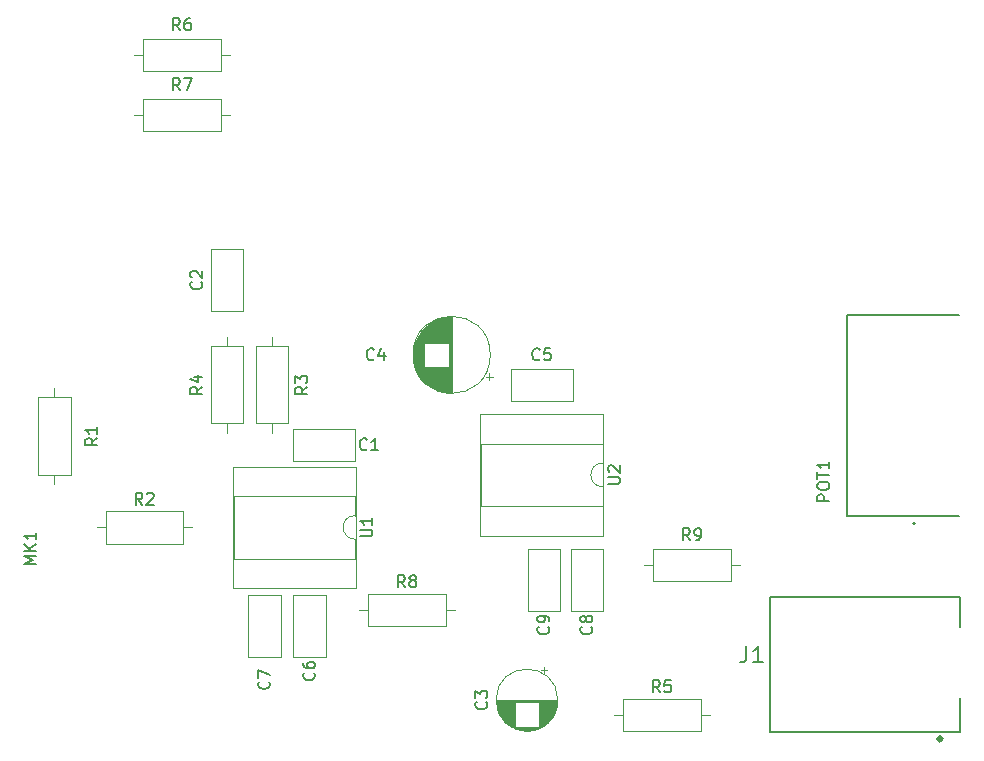
<source format=gto>
%TF.GenerationSoftware,KiCad,Pcbnew,9.0.6*%
%TF.CreationDate,2025-11-25T23:04:22-05:00*%
%TF.ProjectId,jli2555-tin-can,6a6c6932-3535-4352-9d74-696e2d63616e,1.0*%
%TF.SameCoordinates,Original*%
%TF.FileFunction,Legend,Top*%
%TF.FilePolarity,Positive*%
%FSLAX46Y46*%
G04 Gerber Fmt 4.6, Leading zero omitted, Abs format (unit mm)*
G04 Created by KiCad (PCBNEW 9.0.6) date 2025-11-25 23:04:22*
%MOMM*%
%LPD*%
G01*
G04 APERTURE LIST*
%ADD10C,0.150000*%
%ADD11C,0.120000*%
%ADD12C,0.127000*%
%ADD13C,0.200000*%
%ADD14C,0.340000*%
G04 APERTURE END LIST*
D10*
X32853333Y-29664819D02*
X32520000Y-29188628D01*
X32281905Y-29664819D02*
X32281905Y-28664819D01*
X32281905Y-28664819D02*
X32662857Y-28664819D01*
X32662857Y-28664819D02*
X32758095Y-28712438D01*
X32758095Y-28712438D02*
X32805714Y-28760057D01*
X32805714Y-28760057D02*
X32853333Y-28855295D01*
X32853333Y-28855295D02*
X32853333Y-28998152D01*
X32853333Y-28998152D02*
X32805714Y-29093390D01*
X32805714Y-29093390D02*
X32758095Y-29141009D01*
X32758095Y-29141009D02*
X32662857Y-29188628D01*
X32662857Y-29188628D02*
X32281905Y-29188628D01*
X33186667Y-28664819D02*
X33853333Y-28664819D01*
X33853333Y-28664819D02*
X33424762Y-29664819D01*
X69094819Y-62991904D02*
X69904342Y-62991904D01*
X69904342Y-62991904D02*
X69999580Y-62944285D01*
X69999580Y-62944285D02*
X70047200Y-62896666D01*
X70047200Y-62896666D02*
X70094819Y-62801428D01*
X70094819Y-62801428D02*
X70094819Y-62610952D01*
X70094819Y-62610952D02*
X70047200Y-62515714D01*
X70047200Y-62515714D02*
X69999580Y-62468095D01*
X69999580Y-62468095D02*
X69904342Y-62420476D01*
X69904342Y-62420476D02*
X69094819Y-62420476D01*
X69190057Y-61991904D02*
X69142438Y-61944285D01*
X69142438Y-61944285D02*
X69094819Y-61849047D01*
X69094819Y-61849047D02*
X69094819Y-61610952D01*
X69094819Y-61610952D02*
X69142438Y-61515714D01*
X69142438Y-61515714D02*
X69190057Y-61468095D01*
X69190057Y-61468095D02*
X69285295Y-61420476D01*
X69285295Y-61420476D02*
X69380533Y-61420476D01*
X69380533Y-61420476D02*
X69523390Y-61468095D01*
X69523390Y-61468095D02*
X70094819Y-62039523D01*
X70094819Y-62039523D02*
X70094819Y-61420476D01*
X49283333Y-52429580D02*
X49235714Y-52477200D01*
X49235714Y-52477200D02*
X49092857Y-52524819D01*
X49092857Y-52524819D02*
X48997619Y-52524819D01*
X48997619Y-52524819D02*
X48854762Y-52477200D01*
X48854762Y-52477200D02*
X48759524Y-52381961D01*
X48759524Y-52381961D02*
X48711905Y-52286723D01*
X48711905Y-52286723D02*
X48664286Y-52096247D01*
X48664286Y-52096247D02*
X48664286Y-51953390D01*
X48664286Y-51953390D02*
X48711905Y-51762914D01*
X48711905Y-51762914D02*
X48759524Y-51667676D01*
X48759524Y-51667676D02*
X48854762Y-51572438D01*
X48854762Y-51572438D02*
X48997619Y-51524819D01*
X48997619Y-51524819D02*
X49092857Y-51524819D01*
X49092857Y-51524819D02*
X49235714Y-51572438D01*
X49235714Y-51572438D02*
X49283333Y-51620057D01*
X50140476Y-51858152D02*
X50140476Y-52524819D01*
X49902381Y-51477200D02*
X49664286Y-52191485D01*
X49664286Y-52191485D02*
X50283333Y-52191485D01*
X58779580Y-81446666D02*
X58827200Y-81494285D01*
X58827200Y-81494285D02*
X58874819Y-81637142D01*
X58874819Y-81637142D02*
X58874819Y-81732380D01*
X58874819Y-81732380D02*
X58827200Y-81875237D01*
X58827200Y-81875237D02*
X58731961Y-81970475D01*
X58731961Y-81970475D02*
X58636723Y-82018094D01*
X58636723Y-82018094D02*
X58446247Y-82065713D01*
X58446247Y-82065713D02*
X58303390Y-82065713D01*
X58303390Y-82065713D02*
X58112914Y-82018094D01*
X58112914Y-82018094D02*
X58017676Y-81970475D01*
X58017676Y-81970475D02*
X57922438Y-81875237D01*
X57922438Y-81875237D02*
X57874819Y-81732380D01*
X57874819Y-81732380D02*
X57874819Y-81637142D01*
X57874819Y-81637142D02*
X57922438Y-81494285D01*
X57922438Y-81494285D02*
X57970057Y-81446666D01*
X57874819Y-81113332D02*
X57874819Y-80494285D01*
X57874819Y-80494285D02*
X58255771Y-80827618D01*
X58255771Y-80827618D02*
X58255771Y-80684761D01*
X58255771Y-80684761D02*
X58303390Y-80589523D01*
X58303390Y-80589523D02*
X58351009Y-80541904D01*
X58351009Y-80541904D02*
X58446247Y-80494285D01*
X58446247Y-80494285D02*
X58684342Y-80494285D01*
X58684342Y-80494285D02*
X58779580Y-80541904D01*
X58779580Y-80541904D02*
X58827200Y-80589523D01*
X58827200Y-80589523D02*
X58874819Y-80684761D01*
X58874819Y-80684761D02*
X58874819Y-80970475D01*
X58874819Y-80970475D02*
X58827200Y-81065713D01*
X58827200Y-81065713D02*
X58779580Y-81113332D01*
X48139819Y-67436904D02*
X48949342Y-67436904D01*
X48949342Y-67436904D02*
X49044580Y-67389285D01*
X49044580Y-67389285D02*
X49092200Y-67341666D01*
X49092200Y-67341666D02*
X49139819Y-67246428D01*
X49139819Y-67246428D02*
X49139819Y-67055952D01*
X49139819Y-67055952D02*
X49092200Y-66960714D01*
X49092200Y-66960714D02*
X49044580Y-66913095D01*
X49044580Y-66913095D02*
X48949342Y-66865476D01*
X48949342Y-66865476D02*
X48139819Y-66865476D01*
X49139819Y-65865476D02*
X49139819Y-66436904D01*
X49139819Y-66151190D02*
X48139819Y-66151190D01*
X48139819Y-66151190D02*
X48282676Y-66246428D01*
X48282676Y-66246428D02*
X48377914Y-66341666D01*
X48377914Y-66341666D02*
X48425533Y-66436904D01*
X48688333Y-60049580D02*
X48640714Y-60097200D01*
X48640714Y-60097200D02*
X48497857Y-60144819D01*
X48497857Y-60144819D02*
X48402619Y-60144819D01*
X48402619Y-60144819D02*
X48259762Y-60097200D01*
X48259762Y-60097200D02*
X48164524Y-60001961D01*
X48164524Y-60001961D02*
X48116905Y-59906723D01*
X48116905Y-59906723D02*
X48069286Y-59716247D01*
X48069286Y-59716247D02*
X48069286Y-59573390D01*
X48069286Y-59573390D02*
X48116905Y-59382914D01*
X48116905Y-59382914D02*
X48164524Y-59287676D01*
X48164524Y-59287676D02*
X48259762Y-59192438D01*
X48259762Y-59192438D02*
X48402619Y-59144819D01*
X48402619Y-59144819D02*
X48497857Y-59144819D01*
X48497857Y-59144819D02*
X48640714Y-59192438D01*
X48640714Y-59192438D02*
X48688333Y-59240057D01*
X49640714Y-60144819D02*
X49069286Y-60144819D01*
X49355000Y-60144819D02*
X49355000Y-59144819D01*
X49355000Y-59144819D02*
X49259762Y-59287676D01*
X49259762Y-59287676D02*
X49164524Y-59382914D01*
X49164524Y-59382914D02*
X49069286Y-59430533D01*
X40364580Y-79741666D02*
X40412200Y-79789285D01*
X40412200Y-79789285D02*
X40459819Y-79932142D01*
X40459819Y-79932142D02*
X40459819Y-80027380D01*
X40459819Y-80027380D02*
X40412200Y-80170237D01*
X40412200Y-80170237D02*
X40316961Y-80265475D01*
X40316961Y-80265475D02*
X40221723Y-80313094D01*
X40221723Y-80313094D02*
X40031247Y-80360713D01*
X40031247Y-80360713D02*
X39888390Y-80360713D01*
X39888390Y-80360713D02*
X39697914Y-80313094D01*
X39697914Y-80313094D02*
X39602676Y-80265475D01*
X39602676Y-80265475D02*
X39507438Y-80170237D01*
X39507438Y-80170237D02*
X39459819Y-80027380D01*
X39459819Y-80027380D02*
X39459819Y-79932142D01*
X39459819Y-79932142D02*
X39507438Y-79789285D01*
X39507438Y-79789285D02*
X39555057Y-79741666D01*
X39459819Y-79408332D02*
X39459819Y-78741666D01*
X39459819Y-78741666D02*
X40459819Y-79170237D01*
X20679819Y-69784523D02*
X19679819Y-69784523D01*
X19679819Y-69784523D02*
X20394104Y-69451190D01*
X20394104Y-69451190D02*
X19679819Y-69117857D01*
X19679819Y-69117857D02*
X20679819Y-69117857D01*
X20679819Y-68641666D02*
X19679819Y-68641666D01*
X20679819Y-68070238D02*
X20108390Y-68498809D01*
X19679819Y-68070238D02*
X20251247Y-68641666D01*
X20679819Y-67117857D02*
X20679819Y-67689285D01*
X20679819Y-67403571D02*
X19679819Y-67403571D01*
X19679819Y-67403571D02*
X19822676Y-67498809D01*
X19822676Y-67498809D02*
X19917914Y-67594047D01*
X19917914Y-67594047D02*
X19965533Y-67689285D01*
X64029580Y-75096666D02*
X64077200Y-75144285D01*
X64077200Y-75144285D02*
X64124819Y-75287142D01*
X64124819Y-75287142D02*
X64124819Y-75382380D01*
X64124819Y-75382380D02*
X64077200Y-75525237D01*
X64077200Y-75525237D02*
X63981961Y-75620475D01*
X63981961Y-75620475D02*
X63886723Y-75668094D01*
X63886723Y-75668094D02*
X63696247Y-75715713D01*
X63696247Y-75715713D02*
X63553390Y-75715713D01*
X63553390Y-75715713D02*
X63362914Y-75668094D01*
X63362914Y-75668094D02*
X63267676Y-75620475D01*
X63267676Y-75620475D02*
X63172438Y-75525237D01*
X63172438Y-75525237D02*
X63124819Y-75382380D01*
X63124819Y-75382380D02*
X63124819Y-75287142D01*
X63124819Y-75287142D02*
X63172438Y-75144285D01*
X63172438Y-75144285D02*
X63220057Y-75096666D01*
X64124819Y-74620475D02*
X64124819Y-74429999D01*
X64124819Y-74429999D02*
X64077200Y-74334761D01*
X64077200Y-74334761D02*
X64029580Y-74287142D01*
X64029580Y-74287142D02*
X63886723Y-74191904D01*
X63886723Y-74191904D02*
X63696247Y-74144285D01*
X63696247Y-74144285D02*
X63315295Y-74144285D01*
X63315295Y-74144285D02*
X63220057Y-74191904D01*
X63220057Y-74191904D02*
X63172438Y-74239523D01*
X63172438Y-74239523D02*
X63124819Y-74334761D01*
X63124819Y-74334761D02*
X63124819Y-74525237D01*
X63124819Y-74525237D02*
X63172438Y-74620475D01*
X63172438Y-74620475D02*
X63220057Y-74668094D01*
X63220057Y-74668094D02*
X63315295Y-74715713D01*
X63315295Y-74715713D02*
X63553390Y-74715713D01*
X63553390Y-74715713D02*
X63648628Y-74668094D01*
X63648628Y-74668094D02*
X63696247Y-74620475D01*
X63696247Y-74620475D02*
X63743866Y-74525237D01*
X63743866Y-74525237D02*
X63743866Y-74334761D01*
X63743866Y-74334761D02*
X63696247Y-74239523D01*
X63696247Y-74239523D02*
X63648628Y-74191904D01*
X63648628Y-74191904D02*
X63553390Y-74144285D01*
X25854819Y-59111666D02*
X25378628Y-59444999D01*
X25854819Y-59683094D02*
X24854819Y-59683094D01*
X24854819Y-59683094D02*
X24854819Y-59302142D01*
X24854819Y-59302142D02*
X24902438Y-59206904D01*
X24902438Y-59206904D02*
X24950057Y-59159285D01*
X24950057Y-59159285D02*
X25045295Y-59111666D01*
X25045295Y-59111666D02*
X25188152Y-59111666D01*
X25188152Y-59111666D02*
X25283390Y-59159285D01*
X25283390Y-59159285D02*
X25331009Y-59206904D01*
X25331009Y-59206904D02*
X25378628Y-59302142D01*
X25378628Y-59302142D02*
X25378628Y-59683094D01*
X25854819Y-58159285D02*
X25854819Y-58730713D01*
X25854819Y-58444999D02*
X24854819Y-58444999D01*
X24854819Y-58444999D02*
X24997676Y-58540237D01*
X24997676Y-58540237D02*
X25092914Y-58635475D01*
X25092914Y-58635475D02*
X25140533Y-58730713D01*
X34649580Y-45886666D02*
X34697200Y-45934285D01*
X34697200Y-45934285D02*
X34744819Y-46077142D01*
X34744819Y-46077142D02*
X34744819Y-46172380D01*
X34744819Y-46172380D02*
X34697200Y-46315237D01*
X34697200Y-46315237D02*
X34601961Y-46410475D01*
X34601961Y-46410475D02*
X34506723Y-46458094D01*
X34506723Y-46458094D02*
X34316247Y-46505713D01*
X34316247Y-46505713D02*
X34173390Y-46505713D01*
X34173390Y-46505713D02*
X33982914Y-46458094D01*
X33982914Y-46458094D02*
X33887676Y-46410475D01*
X33887676Y-46410475D02*
X33792438Y-46315237D01*
X33792438Y-46315237D02*
X33744819Y-46172380D01*
X33744819Y-46172380D02*
X33744819Y-46077142D01*
X33744819Y-46077142D02*
X33792438Y-45934285D01*
X33792438Y-45934285D02*
X33840057Y-45886666D01*
X33840057Y-45505713D02*
X33792438Y-45458094D01*
X33792438Y-45458094D02*
X33744819Y-45362856D01*
X33744819Y-45362856D02*
X33744819Y-45124761D01*
X33744819Y-45124761D02*
X33792438Y-45029523D01*
X33792438Y-45029523D02*
X33840057Y-44981904D01*
X33840057Y-44981904D02*
X33935295Y-44934285D01*
X33935295Y-44934285D02*
X34030533Y-44934285D01*
X34030533Y-44934285D02*
X34173390Y-44981904D01*
X34173390Y-44981904D02*
X34744819Y-45553332D01*
X34744819Y-45553332D02*
X34744819Y-44934285D01*
X76033333Y-67764819D02*
X75700000Y-67288628D01*
X75461905Y-67764819D02*
X75461905Y-66764819D01*
X75461905Y-66764819D02*
X75842857Y-66764819D01*
X75842857Y-66764819D02*
X75938095Y-66812438D01*
X75938095Y-66812438D02*
X75985714Y-66860057D01*
X75985714Y-66860057D02*
X76033333Y-66955295D01*
X76033333Y-66955295D02*
X76033333Y-67098152D01*
X76033333Y-67098152D02*
X75985714Y-67193390D01*
X75985714Y-67193390D02*
X75938095Y-67241009D01*
X75938095Y-67241009D02*
X75842857Y-67288628D01*
X75842857Y-67288628D02*
X75461905Y-67288628D01*
X76509524Y-67764819D02*
X76700000Y-67764819D01*
X76700000Y-67764819D02*
X76795238Y-67717200D01*
X76795238Y-67717200D02*
X76842857Y-67669580D01*
X76842857Y-67669580D02*
X76938095Y-67526723D01*
X76938095Y-67526723D02*
X76985714Y-67336247D01*
X76985714Y-67336247D02*
X76985714Y-66955295D01*
X76985714Y-66955295D02*
X76938095Y-66860057D01*
X76938095Y-66860057D02*
X76890476Y-66812438D01*
X76890476Y-66812438D02*
X76795238Y-66764819D01*
X76795238Y-66764819D02*
X76604762Y-66764819D01*
X76604762Y-66764819D02*
X76509524Y-66812438D01*
X76509524Y-66812438D02*
X76461905Y-66860057D01*
X76461905Y-66860057D02*
X76414286Y-66955295D01*
X76414286Y-66955295D02*
X76414286Y-67193390D01*
X76414286Y-67193390D02*
X76461905Y-67288628D01*
X76461905Y-67288628D02*
X76509524Y-67336247D01*
X76509524Y-67336247D02*
X76604762Y-67383866D01*
X76604762Y-67383866D02*
X76795238Y-67383866D01*
X76795238Y-67383866D02*
X76890476Y-67336247D01*
X76890476Y-67336247D02*
X76938095Y-67288628D01*
X76938095Y-67288628D02*
X76985714Y-67193390D01*
X67669580Y-75096666D02*
X67717200Y-75144285D01*
X67717200Y-75144285D02*
X67764819Y-75287142D01*
X67764819Y-75287142D02*
X67764819Y-75382380D01*
X67764819Y-75382380D02*
X67717200Y-75525237D01*
X67717200Y-75525237D02*
X67621961Y-75620475D01*
X67621961Y-75620475D02*
X67526723Y-75668094D01*
X67526723Y-75668094D02*
X67336247Y-75715713D01*
X67336247Y-75715713D02*
X67193390Y-75715713D01*
X67193390Y-75715713D02*
X67002914Y-75668094D01*
X67002914Y-75668094D02*
X66907676Y-75620475D01*
X66907676Y-75620475D02*
X66812438Y-75525237D01*
X66812438Y-75525237D02*
X66764819Y-75382380D01*
X66764819Y-75382380D02*
X66764819Y-75287142D01*
X66764819Y-75287142D02*
X66812438Y-75144285D01*
X66812438Y-75144285D02*
X66860057Y-75096666D01*
X67193390Y-74525237D02*
X67145771Y-74620475D01*
X67145771Y-74620475D02*
X67098152Y-74668094D01*
X67098152Y-74668094D02*
X67002914Y-74715713D01*
X67002914Y-74715713D02*
X66955295Y-74715713D01*
X66955295Y-74715713D02*
X66860057Y-74668094D01*
X66860057Y-74668094D02*
X66812438Y-74620475D01*
X66812438Y-74620475D02*
X66764819Y-74525237D01*
X66764819Y-74525237D02*
X66764819Y-74334761D01*
X66764819Y-74334761D02*
X66812438Y-74239523D01*
X66812438Y-74239523D02*
X66860057Y-74191904D01*
X66860057Y-74191904D02*
X66955295Y-74144285D01*
X66955295Y-74144285D02*
X67002914Y-74144285D01*
X67002914Y-74144285D02*
X67098152Y-74191904D01*
X67098152Y-74191904D02*
X67145771Y-74239523D01*
X67145771Y-74239523D02*
X67193390Y-74334761D01*
X67193390Y-74334761D02*
X67193390Y-74525237D01*
X67193390Y-74525237D02*
X67241009Y-74620475D01*
X67241009Y-74620475D02*
X67288628Y-74668094D01*
X67288628Y-74668094D02*
X67383866Y-74715713D01*
X67383866Y-74715713D02*
X67574342Y-74715713D01*
X67574342Y-74715713D02*
X67669580Y-74668094D01*
X67669580Y-74668094D02*
X67717200Y-74620475D01*
X67717200Y-74620475D02*
X67764819Y-74525237D01*
X67764819Y-74525237D02*
X67764819Y-74334761D01*
X67764819Y-74334761D02*
X67717200Y-74239523D01*
X67717200Y-74239523D02*
X67669580Y-74191904D01*
X67669580Y-74191904D02*
X67574342Y-74144285D01*
X67574342Y-74144285D02*
X67383866Y-74144285D01*
X67383866Y-74144285D02*
X67288628Y-74191904D01*
X67288628Y-74191904D02*
X67241009Y-74239523D01*
X67241009Y-74239523D02*
X67193390Y-74334761D01*
X87834819Y-64447856D02*
X86834819Y-64447856D01*
X86834819Y-64447856D02*
X86834819Y-64066904D01*
X86834819Y-64066904D02*
X86882438Y-63971666D01*
X86882438Y-63971666D02*
X86930057Y-63924047D01*
X86930057Y-63924047D02*
X87025295Y-63876428D01*
X87025295Y-63876428D02*
X87168152Y-63876428D01*
X87168152Y-63876428D02*
X87263390Y-63924047D01*
X87263390Y-63924047D02*
X87311009Y-63971666D01*
X87311009Y-63971666D02*
X87358628Y-64066904D01*
X87358628Y-64066904D02*
X87358628Y-64447856D01*
X86834819Y-63257380D02*
X86834819Y-63066904D01*
X86834819Y-63066904D02*
X86882438Y-62971666D01*
X86882438Y-62971666D02*
X86977676Y-62876428D01*
X86977676Y-62876428D02*
X87168152Y-62828809D01*
X87168152Y-62828809D02*
X87501485Y-62828809D01*
X87501485Y-62828809D02*
X87691961Y-62876428D01*
X87691961Y-62876428D02*
X87787200Y-62971666D01*
X87787200Y-62971666D02*
X87834819Y-63066904D01*
X87834819Y-63066904D02*
X87834819Y-63257380D01*
X87834819Y-63257380D02*
X87787200Y-63352618D01*
X87787200Y-63352618D02*
X87691961Y-63447856D01*
X87691961Y-63447856D02*
X87501485Y-63495475D01*
X87501485Y-63495475D02*
X87168152Y-63495475D01*
X87168152Y-63495475D02*
X86977676Y-63447856D01*
X86977676Y-63447856D02*
X86882438Y-63352618D01*
X86882438Y-63352618D02*
X86834819Y-63257380D01*
X86834819Y-62543094D02*
X86834819Y-61971666D01*
X87834819Y-62257380D02*
X86834819Y-62257380D01*
X87834819Y-61114523D02*
X87834819Y-61685951D01*
X87834819Y-61400237D02*
X86834819Y-61400237D01*
X86834819Y-61400237D02*
X86977676Y-61495475D01*
X86977676Y-61495475D02*
X87072914Y-61590713D01*
X87072914Y-61590713D02*
X87120533Y-61685951D01*
X34744819Y-54776666D02*
X34268628Y-55109999D01*
X34744819Y-55348094D02*
X33744819Y-55348094D01*
X33744819Y-55348094D02*
X33744819Y-54967142D01*
X33744819Y-54967142D02*
X33792438Y-54871904D01*
X33792438Y-54871904D02*
X33840057Y-54824285D01*
X33840057Y-54824285D02*
X33935295Y-54776666D01*
X33935295Y-54776666D02*
X34078152Y-54776666D01*
X34078152Y-54776666D02*
X34173390Y-54824285D01*
X34173390Y-54824285D02*
X34221009Y-54871904D01*
X34221009Y-54871904D02*
X34268628Y-54967142D01*
X34268628Y-54967142D02*
X34268628Y-55348094D01*
X34078152Y-53919523D02*
X34744819Y-53919523D01*
X33697200Y-54157618D02*
X34411485Y-54395713D01*
X34411485Y-54395713D02*
X34411485Y-53776666D01*
X73493333Y-80634819D02*
X73160000Y-80158628D01*
X72921905Y-80634819D02*
X72921905Y-79634819D01*
X72921905Y-79634819D02*
X73302857Y-79634819D01*
X73302857Y-79634819D02*
X73398095Y-79682438D01*
X73398095Y-79682438D02*
X73445714Y-79730057D01*
X73445714Y-79730057D02*
X73493333Y-79825295D01*
X73493333Y-79825295D02*
X73493333Y-79968152D01*
X73493333Y-79968152D02*
X73445714Y-80063390D01*
X73445714Y-80063390D02*
X73398095Y-80111009D01*
X73398095Y-80111009D02*
X73302857Y-80158628D01*
X73302857Y-80158628D02*
X72921905Y-80158628D01*
X74398095Y-79634819D02*
X73921905Y-79634819D01*
X73921905Y-79634819D02*
X73874286Y-80111009D01*
X73874286Y-80111009D02*
X73921905Y-80063390D01*
X73921905Y-80063390D02*
X74017143Y-80015771D01*
X74017143Y-80015771D02*
X74255238Y-80015771D01*
X74255238Y-80015771D02*
X74350476Y-80063390D01*
X74350476Y-80063390D02*
X74398095Y-80111009D01*
X74398095Y-80111009D02*
X74445714Y-80206247D01*
X74445714Y-80206247D02*
X74445714Y-80444342D01*
X74445714Y-80444342D02*
X74398095Y-80539580D01*
X74398095Y-80539580D02*
X74350476Y-80587200D01*
X74350476Y-80587200D02*
X74255238Y-80634819D01*
X74255238Y-80634819D02*
X74017143Y-80634819D01*
X74017143Y-80634819D02*
X73921905Y-80587200D01*
X73921905Y-80587200D02*
X73874286Y-80539580D01*
X29678333Y-64759819D02*
X29345000Y-64283628D01*
X29106905Y-64759819D02*
X29106905Y-63759819D01*
X29106905Y-63759819D02*
X29487857Y-63759819D01*
X29487857Y-63759819D02*
X29583095Y-63807438D01*
X29583095Y-63807438D02*
X29630714Y-63855057D01*
X29630714Y-63855057D02*
X29678333Y-63950295D01*
X29678333Y-63950295D02*
X29678333Y-64093152D01*
X29678333Y-64093152D02*
X29630714Y-64188390D01*
X29630714Y-64188390D02*
X29583095Y-64236009D01*
X29583095Y-64236009D02*
X29487857Y-64283628D01*
X29487857Y-64283628D02*
X29106905Y-64283628D01*
X30059286Y-63855057D02*
X30106905Y-63807438D01*
X30106905Y-63807438D02*
X30202143Y-63759819D01*
X30202143Y-63759819D02*
X30440238Y-63759819D01*
X30440238Y-63759819D02*
X30535476Y-63807438D01*
X30535476Y-63807438D02*
X30583095Y-63855057D01*
X30583095Y-63855057D02*
X30630714Y-63950295D01*
X30630714Y-63950295D02*
X30630714Y-64045533D01*
X30630714Y-64045533D02*
X30583095Y-64188390D01*
X30583095Y-64188390D02*
X30011667Y-64759819D01*
X30011667Y-64759819D02*
X30630714Y-64759819D01*
X80813249Y-76709731D02*
X80813249Y-77709911D01*
X80813249Y-77709911D02*
X80746570Y-77909947D01*
X80746570Y-77909947D02*
X80613213Y-78043305D01*
X80613213Y-78043305D02*
X80413177Y-78109983D01*
X80413177Y-78109983D02*
X80279820Y-78109983D01*
X82213501Y-78109983D02*
X81413357Y-78109983D01*
X81813429Y-78109983D02*
X81813429Y-76709731D01*
X81813429Y-76709731D02*
X81680072Y-76909767D01*
X81680072Y-76909767D02*
X81546715Y-77043125D01*
X81546715Y-77043125D02*
X81413357Y-77109803D01*
X51903333Y-71744819D02*
X51570000Y-71268628D01*
X51331905Y-71744819D02*
X51331905Y-70744819D01*
X51331905Y-70744819D02*
X51712857Y-70744819D01*
X51712857Y-70744819D02*
X51808095Y-70792438D01*
X51808095Y-70792438D02*
X51855714Y-70840057D01*
X51855714Y-70840057D02*
X51903333Y-70935295D01*
X51903333Y-70935295D02*
X51903333Y-71078152D01*
X51903333Y-71078152D02*
X51855714Y-71173390D01*
X51855714Y-71173390D02*
X51808095Y-71221009D01*
X51808095Y-71221009D02*
X51712857Y-71268628D01*
X51712857Y-71268628D02*
X51331905Y-71268628D01*
X52474762Y-71173390D02*
X52379524Y-71125771D01*
X52379524Y-71125771D02*
X52331905Y-71078152D01*
X52331905Y-71078152D02*
X52284286Y-70982914D01*
X52284286Y-70982914D02*
X52284286Y-70935295D01*
X52284286Y-70935295D02*
X52331905Y-70840057D01*
X52331905Y-70840057D02*
X52379524Y-70792438D01*
X52379524Y-70792438D02*
X52474762Y-70744819D01*
X52474762Y-70744819D02*
X52665238Y-70744819D01*
X52665238Y-70744819D02*
X52760476Y-70792438D01*
X52760476Y-70792438D02*
X52808095Y-70840057D01*
X52808095Y-70840057D02*
X52855714Y-70935295D01*
X52855714Y-70935295D02*
X52855714Y-70982914D01*
X52855714Y-70982914D02*
X52808095Y-71078152D01*
X52808095Y-71078152D02*
X52760476Y-71125771D01*
X52760476Y-71125771D02*
X52665238Y-71173390D01*
X52665238Y-71173390D02*
X52474762Y-71173390D01*
X52474762Y-71173390D02*
X52379524Y-71221009D01*
X52379524Y-71221009D02*
X52331905Y-71268628D01*
X52331905Y-71268628D02*
X52284286Y-71363866D01*
X52284286Y-71363866D02*
X52284286Y-71554342D01*
X52284286Y-71554342D02*
X52331905Y-71649580D01*
X52331905Y-71649580D02*
X52379524Y-71697200D01*
X52379524Y-71697200D02*
X52474762Y-71744819D01*
X52474762Y-71744819D02*
X52665238Y-71744819D01*
X52665238Y-71744819D02*
X52760476Y-71697200D01*
X52760476Y-71697200D02*
X52808095Y-71649580D01*
X52808095Y-71649580D02*
X52855714Y-71554342D01*
X52855714Y-71554342D02*
X52855714Y-71363866D01*
X52855714Y-71363866D02*
X52808095Y-71268628D01*
X52808095Y-71268628D02*
X52760476Y-71221009D01*
X52760476Y-71221009D02*
X52665238Y-71173390D01*
X32853333Y-24584819D02*
X32520000Y-24108628D01*
X32281905Y-24584819D02*
X32281905Y-23584819D01*
X32281905Y-23584819D02*
X32662857Y-23584819D01*
X32662857Y-23584819D02*
X32758095Y-23632438D01*
X32758095Y-23632438D02*
X32805714Y-23680057D01*
X32805714Y-23680057D02*
X32853333Y-23775295D01*
X32853333Y-23775295D02*
X32853333Y-23918152D01*
X32853333Y-23918152D02*
X32805714Y-24013390D01*
X32805714Y-24013390D02*
X32758095Y-24061009D01*
X32758095Y-24061009D02*
X32662857Y-24108628D01*
X32662857Y-24108628D02*
X32281905Y-24108628D01*
X33710476Y-23584819D02*
X33520000Y-23584819D01*
X33520000Y-23584819D02*
X33424762Y-23632438D01*
X33424762Y-23632438D02*
X33377143Y-23680057D01*
X33377143Y-23680057D02*
X33281905Y-23822914D01*
X33281905Y-23822914D02*
X33234286Y-24013390D01*
X33234286Y-24013390D02*
X33234286Y-24394342D01*
X33234286Y-24394342D02*
X33281905Y-24489580D01*
X33281905Y-24489580D02*
X33329524Y-24537200D01*
X33329524Y-24537200D02*
X33424762Y-24584819D01*
X33424762Y-24584819D02*
X33615238Y-24584819D01*
X33615238Y-24584819D02*
X33710476Y-24537200D01*
X33710476Y-24537200D02*
X33758095Y-24489580D01*
X33758095Y-24489580D02*
X33805714Y-24394342D01*
X33805714Y-24394342D02*
X33805714Y-24156247D01*
X33805714Y-24156247D02*
X33758095Y-24061009D01*
X33758095Y-24061009D02*
X33710476Y-24013390D01*
X33710476Y-24013390D02*
X33615238Y-23965771D01*
X33615238Y-23965771D02*
X33424762Y-23965771D01*
X33424762Y-23965771D02*
X33329524Y-24013390D01*
X33329524Y-24013390D02*
X33281905Y-24061009D01*
X33281905Y-24061009D02*
X33234286Y-24156247D01*
X44174580Y-79001666D02*
X44222200Y-79049285D01*
X44222200Y-79049285D02*
X44269819Y-79192142D01*
X44269819Y-79192142D02*
X44269819Y-79287380D01*
X44269819Y-79287380D02*
X44222200Y-79430237D01*
X44222200Y-79430237D02*
X44126961Y-79525475D01*
X44126961Y-79525475D02*
X44031723Y-79573094D01*
X44031723Y-79573094D02*
X43841247Y-79620713D01*
X43841247Y-79620713D02*
X43698390Y-79620713D01*
X43698390Y-79620713D02*
X43507914Y-79573094D01*
X43507914Y-79573094D02*
X43412676Y-79525475D01*
X43412676Y-79525475D02*
X43317438Y-79430237D01*
X43317438Y-79430237D02*
X43269819Y-79287380D01*
X43269819Y-79287380D02*
X43269819Y-79192142D01*
X43269819Y-79192142D02*
X43317438Y-79049285D01*
X43317438Y-79049285D02*
X43365057Y-79001666D01*
X43269819Y-78144523D02*
X43269819Y-78334999D01*
X43269819Y-78334999D02*
X43317438Y-78430237D01*
X43317438Y-78430237D02*
X43365057Y-78477856D01*
X43365057Y-78477856D02*
X43507914Y-78573094D01*
X43507914Y-78573094D02*
X43698390Y-78620713D01*
X43698390Y-78620713D02*
X44079342Y-78620713D01*
X44079342Y-78620713D02*
X44174580Y-78573094D01*
X44174580Y-78573094D02*
X44222200Y-78525475D01*
X44222200Y-78525475D02*
X44269819Y-78430237D01*
X44269819Y-78430237D02*
X44269819Y-78239761D01*
X44269819Y-78239761D02*
X44222200Y-78144523D01*
X44222200Y-78144523D02*
X44174580Y-78096904D01*
X44174580Y-78096904D02*
X44079342Y-78049285D01*
X44079342Y-78049285D02*
X43841247Y-78049285D01*
X43841247Y-78049285D02*
X43746009Y-78096904D01*
X43746009Y-78096904D02*
X43698390Y-78144523D01*
X43698390Y-78144523D02*
X43650771Y-78239761D01*
X43650771Y-78239761D02*
X43650771Y-78430237D01*
X43650771Y-78430237D02*
X43698390Y-78525475D01*
X43698390Y-78525475D02*
X43746009Y-78573094D01*
X43746009Y-78573094D02*
X43841247Y-78620713D01*
X43634819Y-54776666D02*
X43158628Y-55109999D01*
X43634819Y-55348094D02*
X42634819Y-55348094D01*
X42634819Y-55348094D02*
X42634819Y-54967142D01*
X42634819Y-54967142D02*
X42682438Y-54871904D01*
X42682438Y-54871904D02*
X42730057Y-54824285D01*
X42730057Y-54824285D02*
X42825295Y-54776666D01*
X42825295Y-54776666D02*
X42968152Y-54776666D01*
X42968152Y-54776666D02*
X43063390Y-54824285D01*
X43063390Y-54824285D02*
X43111009Y-54871904D01*
X43111009Y-54871904D02*
X43158628Y-54967142D01*
X43158628Y-54967142D02*
X43158628Y-55348094D01*
X42634819Y-54443332D02*
X42634819Y-53824285D01*
X42634819Y-53824285D02*
X43015771Y-54157618D01*
X43015771Y-54157618D02*
X43015771Y-54014761D01*
X43015771Y-54014761D02*
X43063390Y-53919523D01*
X43063390Y-53919523D02*
X43111009Y-53871904D01*
X43111009Y-53871904D02*
X43206247Y-53824285D01*
X43206247Y-53824285D02*
X43444342Y-53824285D01*
X43444342Y-53824285D02*
X43539580Y-53871904D01*
X43539580Y-53871904D02*
X43587200Y-53919523D01*
X43587200Y-53919523D02*
X43634819Y-54014761D01*
X43634819Y-54014761D02*
X43634819Y-54300475D01*
X43634819Y-54300475D02*
X43587200Y-54395713D01*
X43587200Y-54395713D02*
X43539580Y-54443332D01*
X63313333Y-52429580D02*
X63265714Y-52477200D01*
X63265714Y-52477200D02*
X63122857Y-52524819D01*
X63122857Y-52524819D02*
X63027619Y-52524819D01*
X63027619Y-52524819D02*
X62884762Y-52477200D01*
X62884762Y-52477200D02*
X62789524Y-52381961D01*
X62789524Y-52381961D02*
X62741905Y-52286723D01*
X62741905Y-52286723D02*
X62694286Y-52096247D01*
X62694286Y-52096247D02*
X62694286Y-51953390D01*
X62694286Y-51953390D02*
X62741905Y-51762914D01*
X62741905Y-51762914D02*
X62789524Y-51667676D01*
X62789524Y-51667676D02*
X62884762Y-51572438D01*
X62884762Y-51572438D02*
X63027619Y-51524819D01*
X63027619Y-51524819D02*
X63122857Y-51524819D01*
X63122857Y-51524819D02*
X63265714Y-51572438D01*
X63265714Y-51572438D02*
X63313333Y-51620057D01*
X64218095Y-51524819D02*
X63741905Y-51524819D01*
X63741905Y-51524819D02*
X63694286Y-52001009D01*
X63694286Y-52001009D02*
X63741905Y-51953390D01*
X63741905Y-51953390D02*
X63837143Y-51905771D01*
X63837143Y-51905771D02*
X64075238Y-51905771D01*
X64075238Y-51905771D02*
X64170476Y-51953390D01*
X64170476Y-51953390D02*
X64218095Y-52001009D01*
X64218095Y-52001009D02*
X64265714Y-52096247D01*
X64265714Y-52096247D02*
X64265714Y-52334342D01*
X64265714Y-52334342D02*
X64218095Y-52429580D01*
X64218095Y-52429580D02*
X64170476Y-52477200D01*
X64170476Y-52477200D02*
X64075238Y-52524819D01*
X64075238Y-52524819D02*
X63837143Y-52524819D01*
X63837143Y-52524819D02*
X63741905Y-52477200D01*
X63741905Y-52477200D02*
X63694286Y-52429580D01*
D11*
%TO.C,R7*%
X28980000Y-31750000D02*
X29750000Y-31750000D01*
X37060000Y-31750000D02*
X36290000Y-31750000D01*
X29750000Y-30380000D02*
X36290000Y-30380000D01*
X36290000Y-33120000D01*
X29750000Y-33120000D01*
X29750000Y-30380000D01*
%TO.C,U2*%
X58360000Y-59580000D02*
X58360000Y-64880000D01*
X58360000Y-64880000D02*
X68640000Y-64880000D01*
X68640000Y-59580000D02*
X58360000Y-59580000D01*
X68640000Y-61230000D02*
X68640000Y-59580000D01*
X68640000Y-64880000D02*
X68640000Y-63230000D01*
X68700000Y-57090000D02*
X58300000Y-57090000D01*
X58300000Y-67370000D01*
X68700000Y-67370000D01*
X68700000Y-57090000D01*
X68640000Y-63230000D02*
G75*
G02*
X68640000Y-61230000I0J1000000D01*
G01*
%TO.C,C4*%
X52620000Y-52472000D02*
X52620000Y-51668000D01*
X52660000Y-52703000D02*
X52660000Y-51437000D01*
X52700000Y-52871000D02*
X52700000Y-51269000D01*
X52740000Y-53009000D02*
X52740000Y-51131000D01*
X52780000Y-53128000D02*
X52780000Y-51012000D01*
X52820000Y-53235000D02*
X52820000Y-50905000D01*
X52860000Y-53331000D02*
X52860000Y-50809000D01*
X52900000Y-53420000D02*
X52900000Y-50720000D01*
X52940000Y-53502000D02*
X52940000Y-50638000D01*
X52980000Y-53579000D02*
X52980000Y-50561000D01*
X53020000Y-53651000D02*
X53020000Y-50489000D01*
X53060000Y-53719000D02*
X53060000Y-50421000D01*
X53100000Y-53784000D02*
X53100000Y-50356000D01*
X53140000Y-53845000D02*
X53140000Y-50295000D01*
X53180000Y-53904000D02*
X53180000Y-50236000D01*
X53220000Y-53960000D02*
X53220000Y-50180000D01*
X53260000Y-54013000D02*
X53260000Y-50127000D01*
X53300000Y-54065000D02*
X53300000Y-50075000D01*
X53340000Y-54114000D02*
X53340000Y-50026000D01*
X53380000Y-54161000D02*
X53380000Y-49979000D01*
X53420000Y-54207000D02*
X53420000Y-49933000D01*
X53460000Y-54251000D02*
X53460000Y-49889000D01*
X53500000Y-54293000D02*
X53500000Y-49847000D01*
X53540000Y-54334000D02*
X53540000Y-49806000D01*
X53580000Y-51030000D02*
X53580000Y-49766000D01*
X53580000Y-54374000D02*
X53580000Y-53110000D01*
X53620000Y-51030000D02*
X53620000Y-49728000D01*
X53620000Y-54412000D02*
X53620000Y-53110000D01*
X53660000Y-51030000D02*
X53660000Y-49691000D01*
X53660000Y-54449000D02*
X53660000Y-53110000D01*
X53700000Y-51030000D02*
X53700000Y-49655000D01*
X53700000Y-54485000D02*
X53700000Y-53110000D01*
X53740000Y-51030000D02*
X53740000Y-49620000D01*
X53740000Y-54520000D02*
X53740000Y-53110000D01*
X53780000Y-51030000D02*
X53780000Y-49587000D01*
X53780000Y-54553000D02*
X53780000Y-53110000D01*
X53820000Y-51030000D02*
X53820000Y-49554000D01*
X53820000Y-54586000D02*
X53820000Y-53110000D01*
X53860000Y-51030000D02*
X53860000Y-49523000D01*
X53860000Y-54617000D02*
X53860000Y-53110000D01*
X53900000Y-51030000D02*
X53900000Y-49493000D01*
X53900000Y-54647000D02*
X53900000Y-53110000D01*
X53940000Y-51030000D02*
X53940000Y-49463000D01*
X53940000Y-54677000D02*
X53940000Y-53110000D01*
X53980000Y-51030000D02*
X53980000Y-49434000D01*
X53980000Y-54706000D02*
X53980000Y-53110000D01*
X54020000Y-51030000D02*
X54020000Y-49407000D01*
X54020000Y-54733000D02*
X54020000Y-53110000D01*
X54060000Y-51030000D02*
X54060000Y-49380000D01*
X54060000Y-54760000D02*
X54060000Y-53110000D01*
X54100000Y-51030000D02*
X54100000Y-49354000D01*
X54100000Y-54786000D02*
X54100000Y-53110000D01*
X54140000Y-51030000D02*
X54140000Y-49329000D01*
X54140000Y-54811000D02*
X54140000Y-53110000D01*
X54180000Y-51030000D02*
X54180000Y-49305000D01*
X54180000Y-54835000D02*
X54180000Y-53110000D01*
X54220000Y-51030000D02*
X54220000Y-49281000D01*
X54220000Y-54859000D02*
X54220000Y-53110000D01*
X54260000Y-51030000D02*
X54260000Y-49258000D01*
X54260000Y-54882000D02*
X54260000Y-53110000D01*
X54300000Y-51030000D02*
X54300000Y-49236000D01*
X54300000Y-54904000D02*
X54300000Y-53110000D01*
X54340000Y-51030000D02*
X54340000Y-49215000D01*
X54340000Y-54925000D02*
X54340000Y-53110000D01*
X54380000Y-51030000D02*
X54380000Y-49194000D01*
X54380000Y-54946000D02*
X54380000Y-53110000D01*
X54420000Y-51030000D02*
X54420000Y-49174000D01*
X54420000Y-54966000D02*
X54420000Y-53110000D01*
X54460000Y-51030000D02*
X54460000Y-49155000D01*
X54460000Y-54985000D02*
X54460000Y-53110000D01*
X54500000Y-51030000D02*
X54500000Y-49136000D01*
X54500000Y-55004000D02*
X54500000Y-53110000D01*
X54540000Y-51030000D02*
X54540000Y-49118000D01*
X54540000Y-55022000D02*
X54540000Y-53110000D01*
X54580000Y-51030000D02*
X54580000Y-49101000D01*
X54580000Y-55039000D02*
X54580000Y-53110000D01*
X54620000Y-51030000D02*
X54620000Y-49084000D01*
X54620000Y-55056000D02*
X54620000Y-53110000D01*
X54660000Y-51030000D02*
X54660000Y-49068000D01*
X54660000Y-55072000D02*
X54660000Y-53110000D01*
X54700000Y-51030000D02*
X54700000Y-49053000D01*
X54700000Y-55087000D02*
X54700000Y-53110000D01*
X54740000Y-51030000D02*
X54740000Y-49038000D01*
X54740000Y-55102000D02*
X54740000Y-53110000D01*
X54780000Y-51030000D02*
X54780000Y-49023000D01*
X54780000Y-55117000D02*
X54780000Y-53110000D01*
X54820000Y-51030000D02*
X54820000Y-49010000D01*
X54820000Y-55130000D02*
X54820000Y-53110000D01*
X54860000Y-51030000D02*
X54860000Y-48997000D01*
X54860000Y-55143000D02*
X54860000Y-53110000D01*
X54900000Y-51030000D02*
X54900000Y-48984000D01*
X54900000Y-55156000D02*
X54900000Y-53110000D01*
X54940000Y-51030000D02*
X54940000Y-48972000D01*
X54940000Y-55168000D02*
X54940000Y-53110000D01*
X54980000Y-51030000D02*
X54980000Y-48961000D01*
X54980000Y-55179000D02*
X54980000Y-53110000D01*
X55020000Y-51030000D02*
X55020000Y-48950000D01*
X55020000Y-55190000D02*
X55020000Y-53110000D01*
X55060000Y-51030000D02*
X55060000Y-48939000D01*
X55060000Y-55201000D02*
X55060000Y-53110000D01*
X55100000Y-51030000D02*
X55100000Y-48930000D01*
X55100000Y-55210000D02*
X55100000Y-53110000D01*
X55140000Y-51030000D02*
X55140000Y-48920000D01*
X55140000Y-55220000D02*
X55140000Y-53110000D01*
X55180000Y-51030000D02*
X55180000Y-48911000D01*
X55180000Y-55229000D02*
X55180000Y-53110000D01*
X55220000Y-51030000D02*
X55220000Y-48903000D01*
X55220000Y-55237000D02*
X55220000Y-53110000D01*
X55260000Y-51030000D02*
X55260000Y-48896000D01*
X55260000Y-55244000D02*
X55260000Y-53110000D01*
X55300000Y-51030000D02*
X55300000Y-48888000D01*
X55300000Y-55252000D02*
X55300000Y-53110000D01*
X55340000Y-51030000D02*
X55340000Y-48882000D01*
X55340000Y-55258000D02*
X55340000Y-53110000D01*
X55380000Y-51030000D02*
X55380000Y-48875000D01*
X55380000Y-55265000D02*
X55380000Y-53110000D01*
X55420000Y-51030000D02*
X55420000Y-48870000D01*
X55420000Y-55270000D02*
X55420000Y-53110000D01*
X55460000Y-51030000D02*
X55460000Y-48865000D01*
X55460000Y-55275000D02*
X55460000Y-53110000D01*
X55500000Y-51030000D02*
X55500000Y-48860000D01*
X55500000Y-55280000D02*
X55500000Y-53110000D01*
X55540000Y-51030000D02*
X55540000Y-48856000D01*
X55540000Y-55284000D02*
X55540000Y-53110000D01*
X55580000Y-51030000D02*
X55580000Y-48852000D01*
X55580000Y-55288000D02*
X55580000Y-53110000D01*
X55620000Y-51030000D02*
X55620000Y-48849000D01*
X55620000Y-55291000D02*
X55620000Y-53110000D01*
X55660000Y-55294000D02*
X55660000Y-48846000D01*
X55700000Y-55296000D02*
X55700000Y-48844000D01*
X55740000Y-55298000D02*
X55740000Y-48842000D01*
X55780000Y-55299000D02*
X55780000Y-48841000D01*
X55820000Y-55300000D02*
X55820000Y-48840000D01*
X55860000Y-55300000D02*
X55860000Y-48840000D01*
X59045241Y-54224000D02*
X59045241Y-53594000D01*
X59360241Y-53909000D02*
X58730241Y-53909000D01*
X59130000Y-52070000D02*
G75*
G02*
X52590000Y-52070000I-3270000J0D01*
G01*
X52590000Y-52070000D02*
G75*
G02*
X59130000Y-52070000I3270000J0D01*
G01*
%TO.C,C3*%
X61190000Y-81540000D02*
X59661000Y-81540000D01*
X61190000Y-81580000D02*
X59665000Y-81580000D01*
X61190000Y-81620000D02*
X59670000Y-81620000D01*
X61190000Y-81660000D02*
X59675000Y-81660000D01*
X61190000Y-81700000D02*
X59681000Y-81700000D01*
X61190000Y-81740000D02*
X59687000Y-81740000D01*
X61190000Y-81780000D02*
X59694000Y-81780000D01*
X61190000Y-81820000D02*
X59702000Y-81820000D01*
X61190000Y-81860000D02*
X59711000Y-81860000D01*
X61190000Y-81900000D02*
X59720000Y-81900000D01*
X61190000Y-81940000D02*
X59729000Y-81940000D01*
X61190000Y-81980000D02*
X59740000Y-81980000D01*
X61190000Y-82020000D02*
X59751000Y-82020000D01*
X61190000Y-82060000D02*
X59763000Y-82060000D01*
X61190000Y-82100000D02*
X59775000Y-82100000D01*
X61190000Y-82140000D02*
X59788000Y-82140000D01*
X61190000Y-82180000D02*
X59802000Y-82180000D01*
X61190000Y-82220000D02*
X59817000Y-82220000D01*
X61190000Y-82260000D02*
X59832000Y-82260000D01*
X61190000Y-82300000D02*
X59848000Y-82300000D01*
X61190000Y-82340000D02*
X59865000Y-82340000D01*
X61190000Y-82380000D02*
X59883000Y-82380000D01*
X61190000Y-82420000D02*
X59901000Y-82420000D01*
X61190000Y-82460000D02*
X59921000Y-82460000D01*
X61190000Y-82500000D02*
X59941000Y-82500000D01*
X61190000Y-82540000D02*
X59962000Y-82540000D01*
X61190000Y-82580000D02*
X59984000Y-82580000D01*
X61190000Y-82620000D02*
X60007000Y-82620000D01*
X61190000Y-82660000D02*
X60031000Y-82660000D01*
X61190000Y-82700000D02*
X60055000Y-82700000D01*
X61190000Y-82740000D02*
X60081000Y-82740000D01*
X61190000Y-82780000D02*
X60108000Y-82780000D01*
X61190000Y-82820000D02*
X60136000Y-82820000D01*
X61190000Y-82860000D02*
X60165000Y-82860000D01*
X61190000Y-82900000D02*
X60195000Y-82900000D01*
X61190000Y-82940000D02*
X60227000Y-82940000D01*
X61190000Y-82980000D02*
X60260000Y-82980000D01*
X61190000Y-83020000D02*
X60294000Y-83020000D01*
X61190000Y-83060000D02*
X60329000Y-83060000D01*
X61190000Y-83100000D02*
X60366000Y-83100000D01*
X61190000Y-83140000D02*
X60405000Y-83140000D01*
X61190000Y-83180000D02*
X60445000Y-83180000D01*
X61190000Y-83220000D02*
X60487000Y-83220000D01*
X61190000Y-83260000D02*
X60531000Y-83260000D01*
X61190000Y-83300000D02*
X60578000Y-83300000D01*
X61190000Y-83340000D02*
X60626000Y-83340000D01*
X61190000Y-83380000D02*
X60677000Y-83380000D01*
X61190000Y-83420000D02*
X60731000Y-83420000D01*
X61190000Y-83460000D02*
X60787000Y-83460000D01*
X61190000Y-83500000D02*
X60847000Y-83500000D01*
X61190000Y-83540000D02*
X60911000Y-83540000D01*
X61190000Y-83580000D02*
X60979000Y-83580000D01*
X62513000Y-83900000D02*
X61947000Y-83900000D01*
X62747000Y-83860000D02*
X61713000Y-83860000D01*
X62907000Y-83820000D02*
X61553000Y-83820000D01*
X63035000Y-83780000D02*
X61425000Y-83780000D01*
X63144000Y-83740000D02*
X61316000Y-83740000D01*
X63241000Y-83700000D02*
X61219000Y-83700000D01*
X63328000Y-83660000D02*
X61132000Y-83660000D01*
X63407000Y-83620000D02*
X61053000Y-83620000D01*
X63481000Y-83580000D02*
X63270000Y-83580000D01*
X63549000Y-83540000D02*
X63270000Y-83540000D01*
X63613000Y-83500000D02*
X63270000Y-83500000D01*
X63673000Y-83460000D02*
X63270000Y-83460000D01*
X63705000Y-78495225D02*
X63705000Y-78995225D01*
X63729000Y-83420000D02*
X63270000Y-83420000D01*
X63783000Y-83380000D02*
X63270000Y-83380000D01*
X63834000Y-83340000D02*
X63270000Y-83340000D01*
X63882000Y-83300000D02*
X63270000Y-83300000D01*
X63929000Y-83260000D02*
X63270000Y-83260000D01*
X63955000Y-78745225D02*
X63455000Y-78745225D01*
X63973000Y-83220000D02*
X63270000Y-83220000D01*
X64015000Y-83180000D02*
X63270000Y-83180000D01*
X64055000Y-83140000D02*
X63270000Y-83140000D01*
X64094000Y-83100000D02*
X63270000Y-83100000D01*
X64131000Y-83060000D02*
X63270000Y-83060000D01*
X64166000Y-83020000D02*
X63270000Y-83020000D01*
X64200000Y-82980000D02*
X63270000Y-82980000D01*
X64233000Y-82940000D02*
X63270000Y-82940000D01*
X64265000Y-82900000D02*
X63270000Y-82900000D01*
X64295000Y-82860000D02*
X63270000Y-82860000D01*
X64324000Y-82820000D02*
X63270000Y-82820000D01*
X64352000Y-82780000D02*
X63270000Y-82780000D01*
X64379000Y-82740000D02*
X63270000Y-82740000D01*
X64405000Y-82700000D02*
X63270000Y-82700000D01*
X64429000Y-82660000D02*
X63270000Y-82660000D01*
X64453000Y-82620000D02*
X63270000Y-82620000D01*
X64476000Y-82580000D02*
X63270000Y-82580000D01*
X64498000Y-82540000D02*
X63270000Y-82540000D01*
X64519000Y-82500000D02*
X63270000Y-82500000D01*
X64539000Y-82460000D02*
X63270000Y-82460000D01*
X64559000Y-82420000D02*
X63270000Y-82420000D01*
X64577000Y-82380000D02*
X63270000Y-82380000D01*
X64595000Y-82340000D02*
X63270000Y-82340000D01*
X64612000Y-82300000D02*
X63270000Y-82300000D01*
X64628000Y-82260000D02*
X63270000Y-82260000D01*
X64643000Y-82220000D02*
X63270000Y-82220000D01*
X64658000Y-82180000D02*
X63270000Y-82180000D01*
X64672000Y-82140000D02*
X63270000Y-82140000D01*
X64685000Y-82100000D02*
X63270000Y-82100000D01*
X64697000Y-82060000D02*
X63270000Y-82060000D01*
X64709000Y-82020000D02*
X63270000Y-82020000D01*
X64720000Y-81980000D02*
X63270000Y-81980000D01*
X64731000Y-81940000D02*
X63270000Y-81940000D01*
X64740000Y-81900000D02*
X63270000Y-81900000D01*
X64749000Y-81860000D02*
X63270000Y-81860000D01*
X64758000Y-81820000D02*
X63270000Y-81820000D01*
X64766000Y-81780000D02*
X63270000Y-81780000D01*
X64773000Y-81740000D02*
X63270000Y-81740000D01*
X64779000Y-81700000D02*
X63270000Y-81700000D01*
X64785000Y-81660000D02*
X63270000Y-81660000D01*
X64790000Y-81620000D02*
X63270000Y-81620000D01*
X64795000Y-81580000D02*
X63270000Y-81580000D01*
X64799000Y-81540000D02*
X63270000Y-81540000D01*
X64802000Y-81500000D02*
X59658000Y-81500000D01*
X64805000Y-81460000D02*
X59655000Y-81460000D01*
X64807000Y-81420000D02*
X59653000Y-81420000D01*
X64809000Y-81380000D02*
X59651000Y-81380000D01*
X64810000Y-81300000D02*
X59650000Y-81300000D01*
X64810000Y-81340000D02*
X59650000Y-81340000D01*
X64850000Y-81300000D02*
G75*
G02*
X59610000Y-81300000I-2620000J0D01*
G01*
X59610000Y-81300000D02*
G75*
G02*
X64850000Y-81300000I2620000J0D01*
G01*
%TO.C,U1*%
X37405000Y-64025000D02*
X37405000Y-69325000D01*
X37405000Y-69325000D02*
X47685000Y-69325000D01*
X47685000Y-64025000D02*
X37405000Y-64025000D01*
X47685000Y-65675000D02*
X47685000Y-64025000D01*
X47685000Y-69325000D02*
X47685000Y-67675000D01*
X47745000Y-61535000D02*
X37345000Y-61535000D01*
X37345000Y-71815000D01*
X47745000Y-71815000D01*
X47745000Y-61535000D01*
X47685000Y-67675000D02*
G75*
G02*
X47685000Y-65675000I0J1000000D01*
G01*
%TO.C,C1*%
X42445000Y-58320000D02*
X47685000Y-58320000D01*
X42445000Y-61060000D02*
X42445000Y-58320000D01*
X47685000Y-58320000D02*
X47685000Y-61060000D01*
X47685000Y-61060000D02*
X42445000Y-61060000D01*
%TO.C,C7*%
X38635000Y-72425000D02*
X41375000Y-72425000D01*
X38635000Y-77665000D02*
X38635000Y-72425000D01*
X41375000Y-72425000D02*
X41375000Y-77665000D01*
X41375000Y-77665000D02*
X38635000Y-77665000D01*
%TO.C,C9*%
X62300000Y-68520000D02*
X65040000Y-68520000D01*
X62300000Y-73760000D02*
X62300000Y-68520000D01*
X65040000Y-68520000D02*
X65040000Y-73760000D01*
X65040000Y-73760000D02*
X62300000Y-73760000D01*
%TO.C,R1*%
X22225000Y-54905000D02*
X22225000Y-55675000D01*
X22225000Y-62985000D02*
X22225000Y-62215000D01*
X20855000Y-62215000D02*
X23595000Y-62215000D01*
X23595000Y-55675000D01*
X20855000Y-55675000D01*
X20855000Y-62215000D01*
%TO.C,C2*%
X35460000Y-43080000D02*
X38200000Y-43080000D01*
X35460000Y-48320000D02*
X35460000Y-43080000D01*
X38200000Y-43080000D02*
X38200000Y-48320000D01*
X38200000Y-48320000D02*
X35460000Y-48320000D01*
%TO.C,R9*%
X72160000Y-69850000D02*
X72930000Y-69850000D01*
X80240000Y-69850000D02*
X79470000Y-69850000D01*
X72930000Y-68480000D02*
X79470000Y-68480000D01*
X79470000Y-71220000D01*
X72930000Y-71220000D01*
X72930000Y-68480000D01*
%TO.C,C8*%
X65940000Y-68520000D02*
X68680000Y-68520000D01*
X65940000Y-73760000D02*
X65940000Y-68520000D01*
X68680000Y-68520000D02*
X68680000Y-73760000D01*
X68680000Y-73760000D02*
X65940000Y-73760000D01*
D12*
%TO.C,POT1*%
X89310000Y-48730000D02*
X89310000Y-65730000D01*
X89310000Y-65730000D02*
X98810000Y-65730000D01*
X98810000Y-48730000D02*
X89310000Y-48730000D01*
D13*
X95100000Y-66330000D02*
G75*
G02*
X94900000Y-66330000I-100000J0D01*
G01*
X94900000Y-66330000D02*
G75*
G02*
X95100000Y-66330000I100000J0D01*
G01*
D11*
%TO.C,R4*%
X36830000Y-50570000D02*
X36830000Y-51340000D01*
X36830000Y-58650000D02*
X36830000Y-57880000D01*
X35460000Y-57880000D02*
X38200000Y-57880000D01*
X38200000Y-51340000D01*
X35460000Y-51340000D01*
X35460000Y-57880000D01*
%TO.C,R5*%
X69620000Y-82550000D02*
X70390000Y-82550000D01*
X77700000Y-82550000D02*
X76930000Y-82550000D01*
X70390000Y-81180000D02*
X76930000Y-81180000D01*
X76930000Y-83920000D01*
X70390000Y-83920000D01*
X70390000Y-81180000D01*
%TO.C,R2*%
X25805000Y-66675000D02*
X26575000Y-66675000D01*
X33885000Y-66675000D02*
X33115000Y-66675000D01*
X26575000Y-65305000D02*
X33115000Y-65305000D01*
X33115000Y-68045000D01*
X26575000Y-68045000D01*
X26575000Y-65305000D01*
D12*
%TO.C,J1*%
X82785000Y-72532500D02*
X98885000Y-72532500D01*
X82785000Y-84032500D02*
X82785000Y-72532500D01*
X98885000Y-72532500D02*
X98885000Y-75082500D01*
X98885000Y-81082500D02*
X98885000Y-84032500D01*
X98885000Y-84032500D02*
X82785000Y-84032500D01*
D14*
X97355000Y-84582500D02*
G75*
G02*
X97015000Y-84582500I-170000J0D01*
G01*
X97015000Y-84582500D02*
G75*
G02*
X97355000Y-84582500I170000J0D01*
G01*
D11*
%TO.C,R8*%
X48030000Y-73660000D02*
X48800000Y-73660000D01*
X56110000Y-73660000D02*
X55340000Y-73660000D01*
X48800000Y-72290000D02*
X55340000Y-72290000D01*
X55340000Y-75030000D01*
X48800000Y-75030000D01*
X48800000Y-72290000D01*
%TO.C,R6*%
X28980000Y-26670000D02*
X29750000Y-26670000D01*
X37060000Y-26670000D02*
X36290000Y-26670000D01*
X36290000Y-28040000D02*
X29750000Y-28040000D01*
X29750000Y-25300000D01*
X36290000Y-25300000D01*
X36290000Y-28040000D01*
%TO.C,C6*%
X42445000Y-72425000D02*
X45185000Y-72425000D01*
X42445000Y-77665000D02*
X42445000Y-72425000D01*
X45185000Y-72425000D02*
X45185000Y-77665000D01*
X45185000Y-77665000D02*
X42445000Y-77665000D01*
%TO.C,R3*%
X40640000Y-50570000D02*
X40640000Y-51340000D01*
X40640000Y-58650000D02*
X40640000Y-57880000D01*
X39270000Y-57880000D02*
X42010000Y-57880000D01*
X42010000Y-51340000D01*
X39270000Y-51340000D01*
X39270000Y-57880000D01*
%TO.C,C5*%
X60860000Y-53240000D02*
X66100000Y-53240000D01*
X60860000Y-55980000D02*
X60860000Y-53240000D01*
X66100000Y-53240000D02*
X66100000Y-55980000D01*
X66100000Y-55980000D02*
X60860000Y-55980000D01*
%TD*%
M02*

</source>
